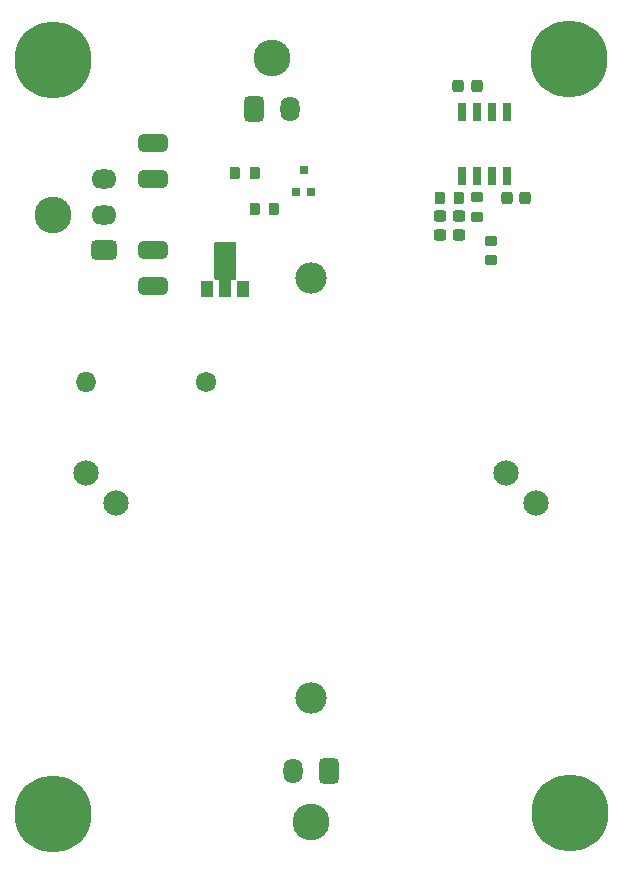
<source format=gbr>
%TF.GenerationSoftware,KiCad,Pcbnew,6.0.9-8da3e8f707~117~ubuntu20.04.1*%
%TF.CreationDate,2023-03-07T12:45:00-05:00*%
%TF.ProjectId,DCT_HV_Widget,4443545f-4856-45f5-9769-646765742e6b,rev?*%
%TF.SameCoordinates,Original*%
%TF.FileFunction,Soldermask,Top*%
%TF.FilePolarity,Negative*%
%FSLAX46Y46*%
G04 Gerber Fmt 4.6, Leading zero omitted, Abs format (unit mm)*
G04 Created by KiCad (PCBNEW 6.0.9-8da3e8f707~117~ubuntu20.04.1) date 2023-03-07 12:45:00*
%MOMM*%
%LPD*%
G01*
G04 APERTURE LIST*
G04 Aperture macros list*
%AMRoundRect*
0 Rectangle with rounded corners*
0 $1 Rounding radius*
0 $2 $3 $4 $5 $6 $7 $8 $9 X,Y pos of 4 corners*
0 Add a 4 corners polygon primitive as box body*
4,1,4,$2,$3,$4,$5,$6,$7,$8,$9,$2,$3,0*
0 Add four circle primitives for the rounded corners*
1,1,$1+$1,$2,$3*
1,1,$1+$1,$4,$5*
1,1,$1+$1,$6,$7*
1,1,$1+$1,$8,$9*
0 Add four rect primitives between the rounded corners*
20,1,$1+$1,$2,$3,$4,$5,0*
20,1,$1+$1,$4,$5,$6,$7,0*
20,1,$1+$1,$6,$7,$8,$9,0*
20,1,$1+$1,$8,$9,$2,$3,0*%
G04 Aperture macros list end*
%ADD10C,0.040000*%
%ADD11RoundRect,0.285000X-0.250000X0.225000X-0.250000X-0.225000X0.250000X-0.225000X0.250000X0.225000X0*%
%ADD12RoundRect,0.285000X0.225000X0.250000X-0.225000X0.250000X-0.225000X-0.250000X0.225000X-0.250000X0*%
%ADD13RoundRect,0.260000X-0.200000X-0.275000X0.200000X-0.275000X0.200000X0.275000X-0.200000X0.275000X0*%
%ADD14RoundRect,0.260000X0.200000X0.275000X-0.200000X0.275000X-0.200000X-0.275000X0.200000X-0.275000X0*%
%ADD15C,6.520000*%
%ADD16RoundRect,0.310000X-0.925000X0.412500X-0.925000X-0.412500X0.925000X-0.412500X0.925000X0.412500X0*%
%ADD17RoundRect,0.060000X0.266700X-0.730250X0.266700X0.730250X-0.266700X0.730250X-0.266700X-0.730250X0*%
%ADD18RoundRect,0.060000X-0.450000X-0.650000X0.450000X-0.650000X0.450000X0.650000X-0.450000X0.650000X0*%
%ADD19RoundRect,0.060000X0.866000X-1.562500X0.866000X1.562500X-0.866000X1.562500X-0.866000X-1.562500X0*%
%ADD20RoundRect,0.060000X-0.450000X-0.737500X0.450000X-0.737500X0.450000X0.737500X-0.450000X0.737500X0*%
%ADD21C,1.720000*%
%ADD22O,1.720000X1.720000*%
%ADD23C,3.120000*%
%ADD24RoundRect,0.310001X0.499999X0.759999X-0.499999X0.759999X-0.499999X-0.759999X0.499999X-0.759999X0*%
%ADD25O,1.620000X2.140000*%
%ADD26RoundRect,0.310001X0.759999X-0.499999X0.759999X0.499999X-0.759999X0.499999X-0.759999X-0.499999X0*%
%ADD27O,2.140000X1.620000*%
%ADD28RoundRect,0.310001X-0.499999X-0.759999X0.499999X-0.759999X0.499999X0.759999X-0.499999X0.759999X0*%
%ADD29RoundRect,0.060000X-0.300000X0.275000X-0.300000X-0.275000X0.300000X-0.275000X0.300000X0.275000X0*%
%ADD30RoundRect,0.260000X-0.275000X0.200000X-0.275000X-0.200000X0.275000X-0.200000X0.275000X0.200000X0*%
%ADD31RoundRect,0.260000X0.275000X-0.200000X0.275000X0.200000X-0.275000X0.200000X-0.275000X-0.200000X0*%
%ADD32C,2.152000*%
%ADD33C,2.660000*%
G04 APERTURE END LIST*
D10*
%TO.C,Q1*%
X152184000Y-89992500D02*
X153916000Y-89992500D01*
X153916000Y-89992500D02*
X153916000Y-93117500D01*
X153916000Y-93117500D02*
X152184000Y-93117500D01*
X152184000Y-93117500D02*
X152184000Y-89992500D01*
G36*
X152184000Y-89992500D02*
G01*
X153916000Y-89992500D01*
X153916000Y-93117500D01*
X152184000Y-93117500D01*
X152184000Y-89992500D01*
G37*
%TD*%
D11*
%TO.C,C2*%
X172875000Y-87800000D03*
X172875000Y-89350000D03*
%TD*%
D12*
%TO.C,C4*%
X174365000Y-76800000D03*
X172815000Y-76800000D03*
%TD*%
D13*
%TO.C,R1*%
X155575000Y-87200000D03*
X157225000Y-87200000D03*
%TD*%
D14*
%TO.C,R4*%
X171225000Y-86275000D03*
X172875000Y-86275000D03*
%TD*%
D15*
%TO.C,H2*%
X182200000Y-74500000D03*
%TD*%
D16*
%TO.C,C6*%
X146950000Y-90650000D03*
X146950000Y-93725000D03*
%TD*%
D15*
%TO.C,H1*%
X138525000Y-74600000D03*
%TD*%
%TO.C,H3*%
X138525000Y-138375000D03*
%TD*%
D17*
%TO.C,U1*%
X173095000Y-84424150D03*
X174365000Y-84424150D03*
X175635000Y-84424150D03*
X176905000Y-84424150D03*
X176905000Y-78975850D03*
X175635000Y-78975850D03*
X174365000Y-78975850D03*
X173095000Y-78975850D03*
%TD*%
D18*
%TO.C,Q1*%
X154540000Y-93942500D03*
X151550000Y-93942500D03*
D19*
X153050000Y-91555000D03*
D20*
X153050000Y-93855000D03*
%TD*%
D11*
%TO.C,C1*%
X171247000Y-89350000D03*
X171247000Y-87800000D03*
%TD*%
D14*
%TO.C,R3*%
X155575000Y-84100000D03*
X153925000Y-84100000D03*
%TD*%
D15*
%TO.C,H4*%
X182300000Y-138300000D03*
%TD*%
D21*
%TO.C,R5*%
X151465000Y-101800000D03*
D22*
X141305000Y-101800000D03*
%TD*%
D23*
%TO.C,J3*%
X160325000Y-139100000D03*
D24*
X161825000Y-134780000D03*
D25*
X158825000Y-134780000D03*
%TD*%
D23*
%TO.C,J2*%
X138480000Y-87650000D03*
D26*
X142800000Y-90650000D03*
D27*
X142800000Y-87650000D03*
X142800000Y-84650000D03*
%TD*%
D23*
%TO.C,J1*%
X157050000Y-74400000D03*
D28*
X155550000Y-78720000D03*
D25*
X158550000Y-78720000D03*
%TD*%
D29*
%TO.C,D1*%
X159055000Y-85725000D03*
X160355000Y-85725000D03*
X159705000Y-83875000D03*
%TD*%
D30*
%TO.C,R6*%
X175600000Y-89875000D03*
X175600000Y-91525000D03*
%TD*%
D16*
%TO.C,C5*%
X146950000Y-81575000D03*
X146950000Y-84650000D03*
%TD*%
D31*
%TO.C,R2*%
X174365000Y-86200000D03*
X174365000Y-87850000D03*
%TD*%
D32*
%TO.C,U2*%
X141305000Y-109530000D03*
X143845000Y-112070000D03*
X176865000Y-109530000D03*
X179405000Y-112070000D03*
D33*
X160355000Y-93020000D03*
X160355000Y-128580000D03*
%TD*%
D12*
%TO.C,C3*%
X178450000Y-86275000D03*
X176900000Y-86275000D03*
%TD*%
M02*

</source>
